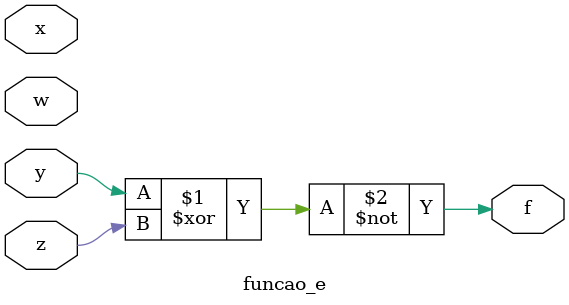
<source format=v>
module funcao_a (output f, input x, y);
	assign f = x & ~y;
endmodule

// Funcao 'b'
module funcao_b (output f, input x, y);
	assign f = y;
endmodule

// Funcao 'c' - XNOR entre x e z
module funcao_c (output f, input x, y, z);
	assign f = ~(x ^ z);
endmodule

// Funcao 'd'
module funcao_d (output f, input x, y, z);
	assign f = (x & ~z) | (~y & z) | (y & ~z);
endmodule

// Funcao 'e' - XNOR entre y e z
module funcao_e (output f, input x, y, w, z);
	assign f = ~(y ^ z);
endmodule
</source>
